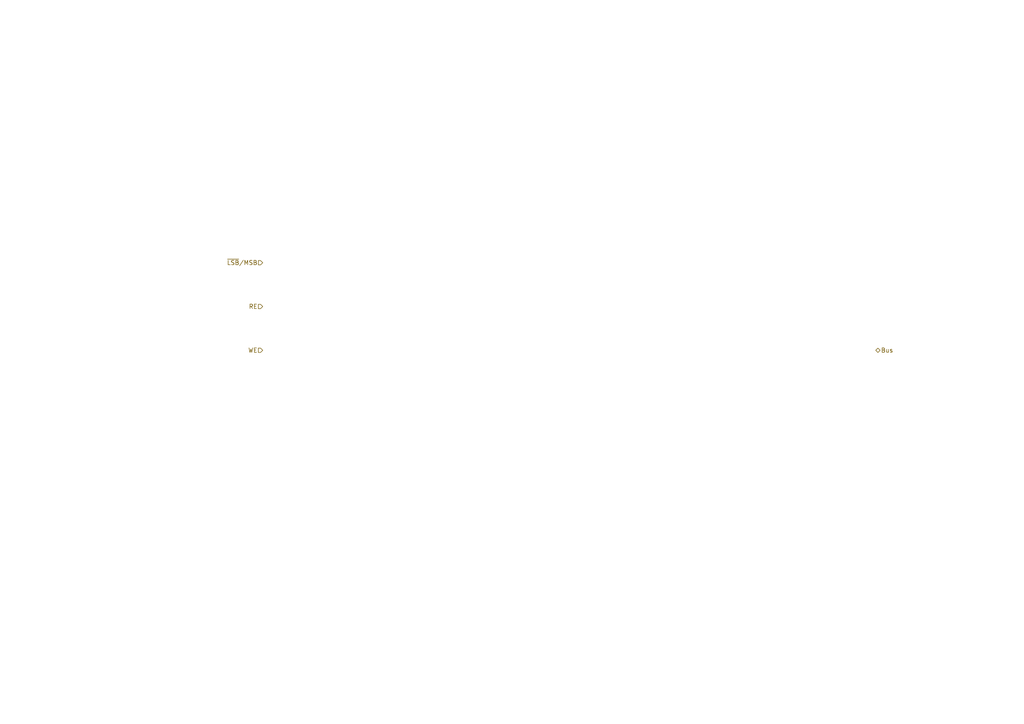
<source format=kicad_sch>
(kicad_sch (version 20211123) (generator eeschema)
  (paper "A4")
  (lib_symbols)
  (hierarchical_label "Bus" (shape bidirectional) (at 254 101.6 0))
  (hierarchical_label "WE" (shape input) (at 76.2 101.6 180))
  (hierarchical_label "RE" (shape input) (at 76.2 88.9 180))
  (hierarchical_label "~{LSB}{slash}MSB" (shape input) (at 76.2 76.2 180))
)
</source>
